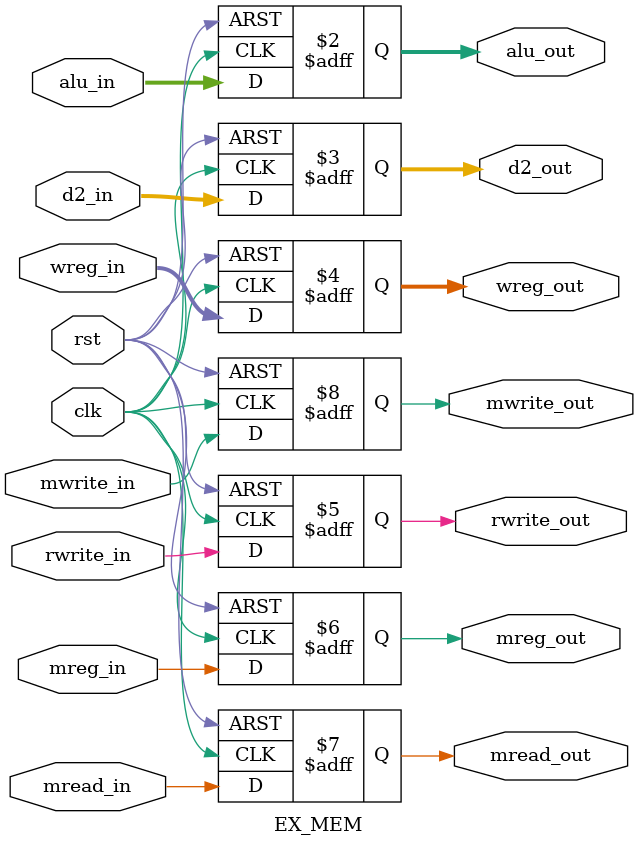
<source format=v>
module EX_MEM(
    input clk, rst,
    input [15:0] alu_in, d2_in,
    input [2:0] wreg_in,
    input rwrite_in, mreg_in, mread_in, mwrite_in,
    output reg [15:0] alu_out, d2_out,
    output reg [2:0] wreg_out,
    output reg rwrite_out, mreg_out, mread_out, mwrite_out
);
    always @(posedge clk or posedge rst) begin
        if (rst) begin
            {alu_out, d2_out, wreg_out} <= 0;
            {rwrite_out, mreg_out, mread_out, mwrite_out} <= 0;
        end else begin
            alu_out <= alu_in; d2_out <= d2_in; wreg_out <= wreg_in;
            rwrite_out <= rwrite_in; mreg_out <= mreg_in;
            mread_out <= mread_in; mwrite_out <= mwrite_in;
        end
    end
endmodule
</source>
